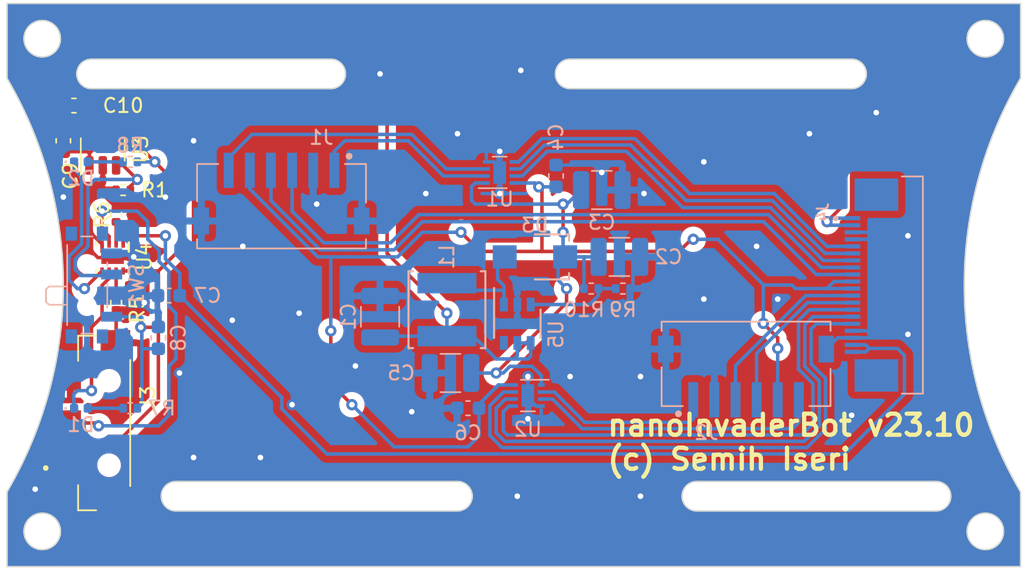
<source format=kicad_pcb>
(kicad_pcb (version 20221018) (generator pcbnew)
  (layers (0 "F.Cu" signal) (31 "B.Cu" signal) (34 "B.Paste" user) (35 "F.Paste" user) (36 "B.SilkS" user "B.Silkscreen") (37 "F.SilkS" user "F.Silkscreen") (38 "B.Mask" user) (39 "F.Mask" user) (44 "Edge.Cuts" user))
  (net 0 "")
  (net 1 "/VSYS")
  (net 2 "/MOTOR1_A")
  (net 3 "/MOTOR1_B")
  (net 4 "/GND")
  (net 5 "/MOTOR1_B_MCU")
  (net 6 "/MOTOR1_A_MCU")
  (net 7 "/MOTOR1_EN_MCU")
  (net 8 "/3V3")
  (net 9 "/MOTOR2_A")
  (net 10 "/MOTOR2_B")
  (net 11 "/MOTOR2_B_MCU")
  (net 12 "/MOTOR2_A_MCU")
  (net 13 "/MOTOR2_EN_MCU")
  (net 15 "Net-(D1-K)")
  (net 16 "Net-(D1-A)")
  (net 17 "Net-(D2-K)")
  (net 18 "Net-(D2-A)")
  (net 19 "/MOTOR1_ENC1")
  (net 20 "/MOTOR1_ENC2")
  (net 21 "/MOTOR2_ENC1")
  (net 22 "/MOTOR2_ENC2")
  (net 23 "Net-(U4-VSET)")
  (net 24 "Net-(U4-ISET)")
  (net 25 "/VBATT")
  (net 26 "/VUSB")
  (net 27 "/TBATT")
  (net 28 "/SYS_EN")
  (net 29 "/12V")
  (net 30 "Net-(D3-A)")
  (net 31 "Net-(U5-FB)")
  (footprint "Resistor_SMD:R_0402_1005Metric" (layer "F.Cu") (at 121.75 95 90)
    (fp_text reference "R6")
    (fp_text value "R")
  )
  (footprint "Resistor_SMD:R_0402_1005Metric" (layer "F.Cu") (at 122.25 93.25 180)
    (fp_text reference "R1")
    (fp_text value "R")
  )
  (footprint "footprints:BQ25170DSGR_NV" (layer "F.Cu") (at 121.500002 98.049999 -90)
    (fp_text reference "U4")
    (fp_text value "BQ25170DSGR" hide)
  )
  (footprint "Resistor_SMD:R_0402_1005Metric" (layer "F.Cu") (at 121.75 101.25 -90)
    (fp_text reference "R5")
    (fp_text value "R")
  )
  (footprint "Capacitor_SMD:C_0603_1608Metric" (layer "F.Cu") (at 118.75 87.25 180)
    (fp_text reference "C10")
    (fp_text value "C")
  )
  (footprint "Package_TO_SOT_SMD:SOT-23-5" (layer "F.Cu") (at 120.8 90.3625 90)
    (fp_text reference "U3")
    (fp_text value "~")
  )
  (footprint "Capacitor_SMD:C_0603_1608Metric" (layer "F.Cu") (at 118 89.75 90)
    (fp_text reference "C9")
    (fp_text value "C")
  )
  (footprint "footprints:TE_1746142-1" (layer "F.Cu") (at 121.25 109.8 -90)
    (fp_text reference "J3")
    (fp_text value "1746142-1" hide)
  )
  (footprint "Resistor_SMD:R_0402_1005Metric" (layer "B.Cu") (at 155.5 100.25)
    (fp_text reference "R10")
    (fp_text value "R")
  )
  (footprint "footprints:IND_SWPA5040S_SNL" (layer "B.Cu") (at 145.25 101.75 -90)
    (fp_text reference "L1")
    (fp_text value "L")
  )
  (footprint "footprints:JST_S6B-ZR-SM4A-TF(LF)(SN)" (layer "B.Cu") (at 166.5 108.15)
    (fp_text reference "J2")
    (fp_text value "S6B-ZR-SM4A-TF(LF)(SN)" hide)
  )
  (footprint "LED_SMD:LED_0402_1005Metric" (layer "B.Cu") (at 119.25 108.75)
    (fp_text reference "D1")
    (fp_text value "LED")
  )
  (footprint "footprints:JST_S6B-ZR-SM4A-TF(LF)(SN)" (layer "B.Cu") (at 133.5 91.85 180)
    (fp_text reference "J1")
    (fp_text value "S6B-ZR-SM4A-TF(LF)(SN)" hide)
  )
  (footprint "Capacitor_SMD:C_1210_3225Metric" (layer "B.Cu") (at 157.5 98)
    (fp_text reference "C2")
    (fp_text value "C")
  )
  (footprint "Resistor_SMD:R_0402_1005Metric" (layer "B.Cu") (at 157.75 100.25)
    (fp_text reference "R9")
    (fp_text value "R")
  )
  (footprint "Capacitor_SMD:C_0603_1608Metric" (layer "B.Cu") (at 146.75 108.75 180)
    (fp_text reference "C6")
    (fp_text value "C")
  )
  (footprint "Capacitor_SMD:C_0603_1608Metric" (layer "B.Cu") (at 153 92.25 90)
    (fp_text reference "C4")
    (fp_text value "C")
  )
  (footprint "Capacitor_SMD:C_0603_1608Metric" (layer "B.Cu") (at 124.75 103.75 90)
    (fp_text reference "C8")
    (fp_text value "C")
  )
  (footprint "footprints:TE_2-1734839-0" (layer "B.Cu") (at 174.0625 100 -90)
    (fp_text reference "J4")
    (fp_text value "Conn_01x20" hide)
  )
  (footprint "footprints:SOT23-6_DBV_TEX" (layer "B.Cu") (at 150.25 102.75 -90)
    (fp_text reference "U5")
    (fp_text value "TLV61048DBVT" hide)
  )
  (footprint "Resistor_SMD:R_0402_1005Metric" (layer "B.Cu") (at 122.75 108.75 180)
    (fp_text reference "R7")
    (fp_text value "R")
  )
  (footprint "Package_SON:WSON-8-1EP_2x2mm_P0.5mm_EP0.9x1.6mm" (layer "B.Cu") (at 151 107.85 180)
    (fp_text reference "U2")
    (fp_text value "~")
  )
  (footprint "Button_Switch_SMD:SW_SPDT_PCM12" (layer "B.Cu") (at 120 100 90)
    (fp_text reference "SW1")
    (fp_text value "SW_SPDT")
  )
  (footprint "footprints:SDO_B120AF_DIO" (layer "B.Cu") (at 151.5 98 180)
    (fp_text reference "D3")
    (fp_text value "D")
  )
  (footprint "Capacitor_SMD:C_0603_1608Metric" (layer "B.Cu") (at 125.5 100.75 180)
    (fp_text reference "C7")
    (fp_text value "C")
  )
  (footprint "Capacitor_SMD:C_1210_3225Metric" (layer "B.Cu") (at 156.25 93.25)
    (fp_text reference "C3")
    (fp_text value "C")
  )
  (footprint "Package_SON:WSON-8-1EP_2x2mm_P0.5mm_EP0.9x1.6mm" (layer "B.Cu") (at 149 92)
    (fp_text reference "U1")
    (fp_text value "~")
  )
  (footprint "Capacitor_SMD:C_1210_3225Metric" (layer "B.Cu") (at 145.5 106.25 180)
    (fp_text reference "C5")
    (fp_text value "C")
  )
  (footprint "Resistor_SMD:R_0402_1005Metric" (layer "B.Cu") (at 122.75 91.25 180)
    (fp_text reference "R8")
    (fp_text value "R")
  )
  (footprint "Capacitor_SMD:C_1210_3225Metric" (layer "B.Cu") (at 140.5 102.25 90)
    (fp_text reference "C1")
    (fp_text value "C")
  )
  (footprint "LED_SMD:LED_0402_1005Metric" (layer "B.Cu") (at 119.25 91.25)
    (fp_text reference "D2")
    (fp_text value "LED")
  )
  (gr_line (start 118 80) (end 182 80) (stroke (width 0.1)) (layer "Edge.Cuts"))
  (gr_line (start 114 114.6969) (end 114 120) (stroke (width 0.1)) (layer "Edge.Cuts"))
  (gr_line (start 182 80) (end 186 80) (stroke (width 0.1)) (layer "Edge.Cuts"))
  (gr_arc (start 163 116.05) (mid 161.95 115) (end 163 113.95) (stroke (width 0.1)) (layer "Edge.Cuts"))
  (gr_line (start 146 113.95) (end 126 113.95) (stroke (width 0.1)) (layer "Edge.Cuts"))
  (gr_arc (start 114.000004 85.303068) (mid 118 100) (end 114.000004 114.696932) (stroke (width 0.1)) (layer "Edge.Cuts"))
  (gr_line (start 114 85.3031) (end 114 80) (stroke (width 0.1)) (layer "Edge.Cuts"))
  (gr_line (start 118 80) (end 114 80) (stroke (width 0.1)) (layer "Edge.Cuts"))
  (gr_line (start 182 120) (end 118 120) (stroke (width 0.1)) (layer "Edge.Cuts"))
  (gr_arc (start 146 113.95) (mid 147.05 115) (end 146 116.05) (stroke (width 0.1)) (layer "Edge.Cuts"))
  (gr_arc (start 185.999919 114.696801) (mid 182 100) (end 185.999919 85.303199) (stroke (width 0.1)) (layer "Edge.Cuts"))
  (gr_line (start 180 113.95) (end 163 113.95) (stroke (width 0.1)) (layer "Edge.Cuts"))
  (gr_arc (start 180 113.95) (mid 181.05 115) (end 180 116.05) (stroke (width 0.1)) (layer "Edge.Cuts"))
  (gr_line (start 174 83.95) (end 154 83.95) (stroke (width 0.1)) (layer "Edge.Cuts"))
  (gr_arc (start 126 116.05) (mid 124.95 115) (end 126 113.95) (stroke (width 0.1)) (layer "Edge.Cuts"))
  (gr_circle (center 183.5 117.5) (end 184.8 117.5) (stroke (width 0.1)) (fill none) (layer "Edge.Cuts"))
  (gr_line (start 163 116.05) (end 180 116.05) (stroke (width 0.1)) (layer "Edge.Cuts"))
  (gr_circle (center 116.5 82.5) (end 117.8 82.5) (stroke (width 0.1)) (fill none) (layer "Edge.Cuts"))
  (gr_arc (start 137 83.95) (mid 138.05 85) (end 137 86.05) (stroke (width 0.1)) (layer "Edge.Cuts"))
  (gr_line (start 186 80) (end 186 85.3031) (stroke (width 0.1)) (layer "Edge.Cuts"))
  (gr_arc (start 120 86.05) (mid 118.95 85) (end 120 83.95) (stroke (width 0.1)) (layer "Edge.Cuts"))
  (gr_line (start 137 83.95) (end 120 83.95) (stroke (width 0.1)) (layer "Edge.Cuts"))
  (gr_line (start 186 120) (end 186 114.6969) (stroke (width 0.1)) (layer "Edge.Cuts"))
  (gr_line (start 154 86.05) (end 174 86.05) (stroke (width 0.1)) (layer "Edge.Cuts"))
  (gr_line (start 120 86.05) (end 137 86.05) (stroke (width 0.1)) (layer "Edge.Cuts"))
  (gr_circle (center 183.5 82.5) (end 184.8 82.5) (stroke (width 0.1)) (fill none) (layer "Edge.Cuts"))
  (gr_arc (start 174 83.95) (mid 175.05 85) (end 174 86.05) (stroke (width 0.1)) (layer "Edge.Cuts"))
  (gr_line (start 118 120) (end 114 120) (stroke (width 0.1)) (layer "Edge.Cuts"))
  (gr_line (start 126 116.05) (end 146 116.05) (stroke (width 0.1)) (layer "Edge.Cuts"))
  (gr_line (start 182 120) (end 186 120) (stroke (width 0.1)) (layer "Edge.Cuts"))
  (gr_arc (start 154 86.05) (mid 152.95 85) (end 154 83.95) (stroke (width 0.1)) (layer "Edge.Cuts"))
  (gr_circle (center 116.5 117.5) (end 117.8 117.5) (stroke (width 0.1)) (fill none) (layer "Edge.Cuts"))
  (gr_text "nanoInvaderBot v23.10\n(c) Semih Iseri" (at 156.5 113.25) (layer "F.SilkS") (effects (font (size 1.5 1.5) (thickness 0.3) bold) (justify left bottom)))
  (segment (start 119.85 88.15) (end 120.5 87.5) (width 0.25) (layer "F.Cu") (net 1))
  (segment (start 172.25 87.5) (end 173.25 88.5) (width 0.25) (layer "F.Cu") (net 1))
  (segment (start 141 87.5) (end 172.25 87.5) (width 0.25) (layer "F.Cu") (net 1))
  (segment (start 119.525 87.825) (end 119.85 88.15) (width 0.25) (layer "F.Cu") (net 1))
  (segment (start 141 97.75) (end 141 96.25) (width 0.25) (layer "F.Cu") (net 1))
  (segment (start 119.85 89.225) (end 119.85 88.15) (width 0.25) (layer "F.Cu") (net 1))
  (segment (start 173.25 88.5) (end 173.25 94.5) (width 0.25) (layer "F.Cu") (net 1))
  (segment (start 120.5 87.5) (end 141 87.5) (width 0.25) (layer "F.Cu") (net 1))
  (segment (start 145.25 102) (end 141 97.75) (width 0.25) (layer "F.Cu") (net 1))
  (segment (start 119.525 87.25) (end 119.525 87.825) (width 0.25) (layer "F.Cu") (net 1))
  (segment (start 173.25 94.5) (end 172.25 95.5) (width 0.25) (layer "F.Cu") (net 1))
  (segment (start 141 96.25) (end 141 87.5) (width 0.25) (layer "F.Cu") (net 1))
  (via (at 172.25 95.5) (size 0.8) (drill 0.4) (layers "F.Cu" "B.Cu") (net 1))
  (via (at 145.25 102) (size 0.8) (drill 0.4) (layers "F.Cu" "B.Cu") (net 1))
  (segment (start 151.200001 104.11525) (end 151.200001 105.049999) (width 0.25) (layer "B.Cu") (net 1))
  (segment (start 174.0625 95.25) (end 172.5 95.25) (width 0.25) (layer "B.Cu") (net 1))
  (segment (start 148.75 105.25) (end 149.25 105.25) (width 0.25) (layer "B.Cu") (net 1))
  (segment (start 150.25 105) (end 150 105.25) (width 0.25) (layer "B.Cu") (net 1))
  (segment (start 172.5 95.75) (end 172.25 95.5) (width 0.25) (layer "B.Cu") (net 1))
  (segment (start 145.25 103.6296) (end 145.25 102) (width 0.25) (layer "B.Cu") (net 1))
  (segment (start 150.25 104.11525) (end 150.25 105) (width 0.25) (layer "B.Cu") (net 1))
  (segment (start 150 105.25) (end 150.25 105.25) (width 0.25) (layer "B.Cu") (net 1))
  (segment (start 150 105.25) (end 149.25 105.25) (width 0.25) (layer "B.Cu") (net 1))
  (segment (start 174.0625 95.75) (end 172.5 95.75) (width 0.25) (layer "B.Cu") (net 1))
  (segment (start 172.5 95.25) (end 172.25 95.5) (width 0.25) (layer "B.Cu") (net 1))
  (segment (start 145.25 103.6296) (end 147.1296 103.6296) (width 0.25) (layer "B.Cu") (net 1))
  (segment (start 151 105.25) (end 150.25 105.25) (width 0.25) (layer "B.Cu") (net 1))
  (segment (start 151.200001 105.049999) (end 151 105.25) (width 0.25) (layer "B.Cu") (net 1))
  (segment (start 145.25 103.6296) (end 140.5954 103.6296) (width 0.25) (layer "B.Cu") (net 1))
  (segment (start 150.75 104.11525) (end 151.200001 104.11525) (width 0.25) (layer "B.Cu") (net 1))
  (segment (start 150.25 104.11525) (end 150.75 104.11525) (width 0.25) (layer "B.Cu") (net 1))
  (segment (start 147.1296 103.6296) (end 148.75 105.25) (width 0.25) (layer "B.Cu") (net 1))
  (segment (start 140.5954 103.6296) (end 140.5 103.725) (width 0.25) (layer "B.Cu") (net 1))
  (segment (start 142.5 89.75) (end 138 89.75) (width 0.25) (layer "B.Cu") (net 2))
  (segment (start 148.05 92.25) (end 145 92.25) (width 0.25) (layer "B.Cu") (net 2))
  (segment (start 137.25 90.5) (end 137.25 91.85) (width 0.25) (layer "B.Cu") (net 2))
  (segment (start 145 92.25) (end 142.5 89.75) (width 0.25) (layer "B.Cu") (net 2))
  (segment (start 138 89.75) (end 137.25 90.5) (width 0.25) (layer "B.Cu") (net 2))
  (segment (start 131.4 89.3) (end 142.75 89.3) (width 0.25) (layer "B.Cu") (net 3))
  (segment (start 129.75 91.85) (end 129.75 90.95) (width 0.25) (layer "B.Cu") (net 3))
  (segment (start 129.75 90.95) (end 131.4 89.3) (width 0.25) (layer "B.Cu") (net 3))
  (segment (start 148.05 91.75) (end 145.2 91.75) (width 0.25) (layer "B.Cu") (net 3))
  (segment (start 145.2 91.75) (end 142.75 89.3) (width 0.25) (layer "B.Cu") (net 3))
  (segment (start 121.74 93.25) (end 120.825 93.25) (width 0.25) (layer "F.Cu") (net 4))
  (segment (start 120.8 93.55) (end 121.425 94.175) (width 0.25) (layer "F.Cu") (net 4))
  (segment (start 120.8 91.5) (end 120.8 93.225) (width 0.25) (layer "F.Cu") (net 4))
  (segment (start 121.75 102.075) (end 122.925 102.075) (width 0.25) (layer "F.Cu") (net 4))
  (segment (start 120.75 93.275) (end 119.5 94.525) (width 0.25) (layer "F.Cu") (net 4))
  (segment (start 117.975 88.95) (end 118 88.975) (width 0.25) (layer "F.Cu") (net 4))
  (segment (start 121.75 101.76) (end 121.75 104.05) (width 0.25) (layer "F.Cu") (net 4))
  (segment (start 121.175003 98.049999) (end 121.500002 98.049999) (width 0.25) (layer "F.Cu") (net 4))
  (segment (start 122.950001 98.049999) (end 123 98) (width 0.25) (layer "F.Cu") (net 4))
  (segment (start 122.925 102.075) (end 123.75 101.25) (width 0.25) (layer "F.Cu") (net 4))
  (segment (start 120.750001 97.099998) (end 120.750001 97.624997) (width 0.25) (layer "F.Cu") (net 4))
  (segment (start 121.500002 98.049999) (end 120.450003 98.049999) (width 0.25) (layer "F.Cu") (net 4))
  (segment (start 120.450003 98.049999) (end 119.900004 97.5) (width 0.25) (layer "F.Cu") (net 4))
  (segment (start 120.750001 97.624997) (end 121.175003 98.049999) (width 0.25) (layer "F.Cu") (net 4))
  (segment (start 120.8 93.225) (end 120.775 93.25) (width 0.25) (layer "F.Cu") (net 4))
  (segment (start 121.74 93.25) (end 121.74 94.48) (width 0.25) (layer "F.Cu") (net 4))
  (segment (start 121.425 94.175) (end 123.25 94.175) (width 0.25) (layer "F.Cu") (net 4))
  (segment (start 120.8 93.225) (end 120.8 93.55) (width 0.25) (layer "F.Cu") (net 4))
  (segment (start 121.500002 98.049999) (end 122.950001 98.049999) (width 0.25) (layer "F.Cu") (net 4))
  (segment (start 120.775 93.25) (end 120.75 93.25) (width 0.25) (layer "F.Cu") (net 4))
  (segment (start 121.75 104.05) (end 121.7 104.1) (width 0.25) (layer "F.Cu") (net 4))
  (segment (start 119.5 95.849997) (end 120.750001 97.099998) (width 0.25) (layer "F.Cu") (net 4))
  (segment (start 120.75 93.25) (end 120.75 93.275) (width 0.25) (layer "F.Cu") (net 4))
  (segment (start 119.5 94.525) (end 119.5 95.849997) (width 0.25) (layer "F.Cu") (net 4))
  (segment (start 121.74 94.48) (end 121.75 94.49) (width 0.25) (layer "F.Cu") (net 4))
  (segment (start 120.825 93.25) (end 120.8 93.225) (width 0.25) (layer "F.Cu") (net 4))
  (segment (start 117.975 87.25) (end 117.975 88.95) (width 0.25) (layer "F.Cu") (net 4))
  (via (at 126.25 106.25) (size 0.8) (drill 0.4) (layers "F.Cu" "B.Cu") (net 4))
  (via (at 167.25 97.25) (size 0.8) (drill 0.4) (layers "F.Cu" "B.Cu") (net 4))
  (via (at 151 106.5) (size 0.8) (drill 0.4) (layers "F.Cu" "B.Cu") (net 4))
  (via (at 159 106.5) (size 0.8) (drill 0.4) (layers "F.Cu" "B.Cu") (net 4))
  (via (at 150.25 115) (size 0.8) (drill 0.4) (layers "F.Cu" "B.Cu") (net 4))
  (via (at 163.5 91.25) (size 0.8) (drill 0.4) (layers "F.Cu" "B.Cu") (net 4))
  (via (at 175.75 87.75) (size 0.8) (drill 0.4) (layers "F.Cu" "B.Cu") (net 4))
  (via (at 159 115) (size 0.8) (drill 0.4) (layers "F.Cu" "B.Cu") (net 4))
  (via (at 136 94.25) (size 0.8) (drill 0.4) (layers "F.Cu" "B.Cu") (net 4))
  (via (at 127.25 112.25) (size 0.8) (drill 0.4) (layers "F.Cu" "B.Cu") (net 4))
  (via (at 138.75 105.75) (size 0.8) (drill 0.4) (layers "F.Cu" "B.Cu") (net 4))
  (via (at 127.25 89.75) (size 0.8) (drill 0.4) (layers "F.Cu" "B.Cu") (net 4))
  (via (at 146 89.25) (size 0.8) (drill 0.4) (layers "F.Cu" "B.Cu") (net 4))
  (via (at 142.75 109) (size 0.8) (drill 0.4) (layers "F.Cu" "B.Cu") (net 4))
  (via (at 178 103.5) (size 0.8) (drill 0.4) (layers "F.Cu" "B.Cu") (net 4))
  (via (at 159.25 93.5) (size 0.8) (drill 0.4) (layers "F.Cu" "B.Cu") (net 4))
  (via (at 178 96.5) (size 0.8) (drill 0.4) (layers "F.Cu" "B.Cu") (net 4))
  (via (at 149 93.5) (size 0.8) (drill 0.4) (layers "F.Cu" "B.Cu") (net 4))
  (via (at 116 114.5) (size 0.8) (drill 0.4) (layers "F.Cu" "B.Cu") (net 4))
  (via (at 130.75 97.25) (size 0.8) (drill 0.4) (layers "F.Cu" "B.Cu") (net 4))
  (via (at 132 112.25) (size 0.8) (drill 0.4) (layers "F.Cu" "B.Cu") (net 4))
  (via (at 174 109.25) (size 0.8) (drill 0.4) (layers "F.Cu" "B.Cu") (net 4))
  (via (at 163.5 101) (size 0.8) (drill 0.4) (layers "F.Cu" "B.Cu") (net 4))
  (via (at 154 106.5) (size 0.8) (drill 0.4) (layers "F.Cu" "B.Cu") (net 4))
  (via (at 134.25 108.5) (size 0.8) (drill 0.4) (layers "F.Cu" "B.Cu") (net 4))
  (via (at 171 89.25) (size 0.8) (drill 0.4) (layers "F.Cu" "B.Cu") (net 4))
  (via (at 134.75 102) (size 0.8) (drill 0.4) (layers "F.Cu" "B.Cu") (net 4))
  (via (at 149 90.5) (size 0.8) (drill 0.4) (layers "F.Cu" "B.Cu") (net 4))
  (via (at 140.5 85) (size 0.8) (drill 0.4) (layers "F.Cu" "B.Cu") (net 4))
  (via (at 130 102.5) (size 0.8) (drill 0.4) (layers "F.Cu" "B.Cu") (net 4))
  (via (at 143.75 93.5) (size 0.8) (drill 0.4) (layers "F.Cu" "B.Cu") (net 4))
  (via (at 151 109.5) (size 0.8) (drill 0.4) (layers "F.Cu" "B.Cu") (net 4))
  (via (at 123.75 101.25) (size 0.8) (drill 0.4) (layers "F.Cu" "B.Cu") (net 4))
  (via (at 118 93.75) (size 0.8) (drill 0.4) (layers "F.Cu" "B.Cu") (net 4))
  (via (at 150.5 84.75) (size 0.8) (drill 0.4) (layers "F.Cu" "B.Cu") (net 4))
  (via (at 123 98) (size 0.8) (drill 0.4) (layers "F.Cu" "B.Cu") (net 4))
  (via (at 168.75 101) (size 0.8) (drill 0.4) (layers "F.Cu" "B.Cu") (net 4))
  (via (at 125.25 93.75) (size 0.8) (drill 0.4) (layers "F.Cu" "B.Cu") (net 4))
  (via (at 156.25 92) (size 0.8) (drill 0.4) (layers "F.Cu" "B.Cu") (net 4))
  (segment (start 153 91.475) (end 156.25 91.475) (width 0.25) (layer "B.Cu") (net 4))
  (segment (start 135.75 94) (end 136 94.25) (width 0.25) (layer "B.Cu") (net 4))
  (segment (start 144.025 106.25) (end 144.025 108.275) (width 0.25) (layer "B.Cu") (net 4))
  (segment (start 150.75 102.75) (end 157.75 102.75) (width 0.25) (layer "B.Cu") (net 4))
  (segment (start 176.25 96.25) (end 176.25 96.75) (width 0.25) (layer "B.Cu") (net 4))
  (segment (start 150.25 102.25) (end 150.75 102.75) (width 0.25) (layer "B.Cu") (net 4))
  (segment (start 158.25 102.25) (end 158.25 100.26) (width 0.25) (layer "B.Cu") (net 4))
  (segment (start 173 103.75) (end 172.2 104.55) (width 0.25) (layer "B.Cu") (net 4))
  (segment (start 144.025 108.275) (end 144.5 108.75) (width 0.25) (layer "B.Cu") (net 4))
  (segment (start 144.5 108.75) (end 145.975 108.75) (width 0.25) (layer "B.Cu") (net 4))
  (segment (start 159 93.25) (end 159.25 93.5) (width 0.25) (layer "B.Cu") (net 4))
  (segment (start 156.25 91.475) (end 157.475 91.475) (width 0.25) (layer "B.Cu") (net 4))
  (segment (start 149 91.675) (end 149 92) (width 0.25) (layer "B.Cu") (net 4))
  (segment (start 157.75 102.75) (end 158.25 102.25) (width 0.25) (layer "B.Cu") (net 4))
  (segment (start 151.95 108.6) (end 151.6 108.6) (width 0.25) (layer "B.Cu") (net 4))
  (segment (start 149 92) (end 149 90.5) (width 0.25) (layer "B.Cu") (net 4))
  (segment (start 121.43 97.75) (end 122.75 97.75) (width 0.25) (layer "B.Cu") (net 4))
  (segment (start 174.0625 103.25) (end 176.25 103.25) (width 0.25) (layer "B.Cu") (net 4))
  (segment (start 151 108) (end 151 106.5) (width 0.25) (layer "B.Cu") (net 4))
  (segment (start 151 108) (end 151 109.5) (width 0.25) (layer "B.Cu") (net 4))
  (segment (start 157.475 91.475) (end 157.75 91.75) (width 0.25) (layer "B.Cu") (net 4))
  (segment (start 150.25 101.38475) (end 150.25 102.25) (width 0.25) (layer "B.Cu") (net 4))
  (segment (start 148.05 91.25) (end 148.575 91.25) (width 0.25) (layer "B.Cu") (net 4))
  (segment (start 148.575 91.25) (end 149 91.675) (width 0.25) (layer "B.Cu") (net 4))
  (segment (start 158.25 100.26) (end 158.26 100.25) (width 0.25) (layer "B.Cu") (net 4))
  (segment (start 123.75 98.75) (end 123.75 101.25) (width 0.25) (layer "B.Cu") (net 4))
  (segment (start 158.4625 100.0475) (end 158.26 100.25) (width 0.25) (layer "B.Cu") (net 4))
  (segment (start 176.25 96.75) (end 174.0625 96.75) (width 0.25) (layer "B.Cu") (net 4))
  (segment (start 157.75 91.75) (end 157.725 91.775) (width 0.25) (layer "B.Cu") (net 4))
  (segment (start 156.25 91.475) (end 156.25 92) (width 0.25) (layer "B.Cu") (net 4))
  (segment (start 157.725 91.775) (end 157.725 93.25) (width 0.25) (layer "B.Cu") (net 4))
  (segment (start 123 98) (end 123.75 98.75) (width 0.25) (layer "B.Cu") (net 4))
  (segment (start 149 92) (end 149 93.5) (width 0.25) (layer "B.Cu") (net 4))
  (segment (start 158.4625 98) (end 158.4625 100.0475) (width 0.25) (layer "B.Cu") (net 4))
  (segment (start 176.25 103.25) (end 176.25 96.75) (width 0.25) (layer "B.Cu") (net 4))
  (segment (start 157.725 93.25) (end 159 93.25) (width 0.25) (layer "B.Cu") (net 4))
  (segment (start 174.0625 103.75) (end 173 103.75) (width 0.25) (layer "B.Cu") (net 4))
  (segment (start 176.25 103.75) (end 174.0625 103.75) (width 0.25) (layer "B.Cu") (net 4))
  (segment (start 176.25 103.25) (end 176.25 103.75) (width 0.25) (layer "B.Cu") (net 4))
  (segment (start 174.0625 96.25) (end 176.25 96.25) (width 0.25) (layer "B.Cu") (net 4))
  (segment (start 122.75 97.75) (end 123 98) (width 0.25) (layer "B.Cu") (net 4))
  (segment (start 135.75 91.85) (end 135.75 94) (width 0.25) (layer "B.Cu") (net 4))
  (segment (start 151.6 108.6) (end 151 108) (width 0.25) (layer "B.Cu") (net 4))
  (segment (start 168.5 93.5) (end 172.25 97.25) (width 0.25) (layer "B.Cu") (net 5))
  (segment (start 158.6 89.6) (end 162.5 93.5) (width 0.25) (layer "B.Cu") (net 5))
  (segment (start 150.338604 91.25) (end 151.988604 89.6) (width 0.25) (layer "B.Cu") (net 5))
  (segment (start 162.5 93.5) (end 168.5 93.5) (width 0.25) (layer "B.Cu") (net 5))
  (segment (start 149.95 91.25) (end 150.338604 91.25) (width 0.25) (layer "B.Cu") (net 5))
  (segment (start 172.25 97.25) (end 174.0625 97.25) (width 0.25) (layer "B.Cu") (net 5))
  (segment (start 151.988604 89.6) (end 158.6 89.6) (width 0.25) (layer "B.Cu") (net 5))
  (segment (start 158.3 90.05) (end 162.25 94) (width 0.25) (layer "B.Cu") (net 6))
  (segment (start 162.25 94) (end 168.363604 94) (width 0.25) (layer "B.Cu") (net 6))
  (segment (start 150.475 91.75) (end 152.175 90.05) (width 0.25) (layer "B.Cu") (net 6))
  (segment (start 152.175 90.05) (end 158.3 90.05) (width 0.25) (layer "B.Cu") (net 6))
  (segment (start 149.95 91.75) (end 150.475 91.75) (width 0.25) (layer "B.Cu") (net 6))
  (segment (start 172.113604 97.75) (end 174.0625 97.75) (width 0.25) (layer "B.Cu") (net 6))
  (segment (start 168.363604 94) (end 172.113604 97.75) (width 0.25) (layer "B.Cu") (net 6))
  (segment (start 158 90.5) (end 162 94.5) (width 0.25) (layer "B.Cu") (net 7))
  (segment (start 149.95 92.25) (end 150.611396 92.25) (width 0.25) (layer "B.Cu") (net 7))
  (segment (start 162 94.5) (end 168.227208 94.5) (width 0.25) (layer "B.Cu") (net 7))
  (segment (start 168.227208 94.5) (end 171.977208 98.25) (width 0.25) (layer "B.Cu") (net 7))
  (segment (start 152.361396 90.5) (end 158 90.5) (width 0.25) (layer "B.Cu") (net 7))
  (segment (start 171.977208 98.25) (end 174.0625 98.25) (width 0.25) (layer "B.Cu") (net 7))
  (segment (start 150.611396 92.25) (end 152.361396 90.5) (width 0.25) (layer "B.Cu") (net 7))
  (segment (start 152 93.25) (end 151.775 93.025) (width 0.25) (layer "F.Cu") (net 8))
  (segment (start 147.612347 97.612347) (end 152 97.612347) (width 0.25) (layer "F.Cu") (net 8))
  (segment (start 162.612347 96.75) (end 161.75 97.612347) (width 0.25) (layer "F.Cu") (net 8))
  (segment (start 152 97.612347) (end 152 93.25) (width 0.25) (layer "F.Cu") (net 8))
  (segment (start 137 107) (end 137 103.25) (width 0.25) (layer "F.Cu") (net 8))
  (segment (start 146.25 96.25) (end 147.612347 97.612347) (width 0.25) (layer "F.Cu") (net 8))
  (segment (start 161.75 97.612347) (end 152 97.612347) (width 0.25) (layer "F.Cu") (net 8))
  (segment (start 138.5 108.5) (end 137 107) (width 0.25) (layer "F.Cu") (net 8))
  (segment (start 162.75 96.75) (end 162.612347 96.75) (width 0.25) (layer "F.Cu") (net 8))
  (segment (start 168.75 104.5) (end 168.75 103.75) (width 0.25) (layer "F.Cu") (net 8))
  (segment (start 168.75 103.75) (end 167.726305 102.726305) (width 0.25) (layer "F.Cu") (net 8))
  (via (at 146.25 96.25) (size 0.8) (drill 0.4) (layers "F.Cu" "B.Cu") (net 8))
  (via (at 151.775 93.025) (size 0.8) (drill 0.4) (layers "F.Cu" "B.Cu") (net 8))
  (via (at 137 103.25) (size 0.8) (drill 0.4) (layers "F.Cu" "B.Cu") (net 8))
  (via (at 162.75 96.75) (size 0.8) (drill 0.4) (layers "F.Cu" "B.Cu") (net 8))
  (via (at 168.75 104.5) (size 0.8) (drill 0.4) (layers "F.Cu" "B.Cu") (net 8))
  (via (at 167.726305 102.726305) (size 0.8) (drill 0.4) (layers "F.Cu" "B.Cu") (net 8))
  (via (at 138.5 108.5) (size 0.8) (drill 0.4) (layers "F.Cu" "B.Cu") (net 8))
  (segment (start 137 103.25) (end 137 99.25) (width 0.25) (layer "B.Cu") (net 8))
  (segment (start 146.75 111.5) (end 147.525 110.725) (width 0.25) (layer "B.Cu") (net 8))
  (segment (start 153 93.025) (end 151.775 93.025) (width 0.25) (layer "B.Cu") (net 8))
  (segment (start 149.95 92.75) (end 151.5 92.75) (width 0.25) (layer "B.Cu") (net 8))
  (segment (start 169.75 100) (end 170 100.25) (width 0.25) (layer "B.Cu") (net 8))
  (segment (start 151.775 93.025) (end 151.5 92.75) (width 0.25) (layer "B.Cu") (net 8))
  (segment (start 150.05 107.1) (end 148.9 107.1) (width 0.25) (layer "B.Cu") (net 8))
  (segment (start 131.25 93.175) (end 131.25 91.85) (width 0.25) (layer "B.Cu") (net 8))
  (segment (start 136.075 98) (end 135.7875 97.7125) (width 0.25) (layer "B.Cu") (net 8))
  (segment (start 147.525 110.725) (end 147.525 108.75) (width 0.25) (layer "B.Cu") (net 8))
  (segment (start 143.5 96.25) (end 141.75 98) (width 0.25) (layer "B.Cu") (net 8))
  (segment (start 167.75 100) (end 169.75 100) (width 0.25) (layer "B.Cu") (net 8))
  (segment (start 172.25 100.25) (end 170 100.25) (width 0.25) (layer "B.Cu") (net 8))
  (segment (start 148.25 107.75) (end 147.75 108.25) (width 0.25) (layer "B.Cu") (net 8))
  (segment (start 168.75 108.15) (end 168.75 104.5) (width 0.25) (layer "B.Cu") (net 8))
  (segment (start 163.75 96.75) (end 164.5 96.75) (width 0.25) (layer "B.Cu") (net 8))
  (segment (start 164.5 96.75) (end 167.75 100) (width 0.25) (layer "B.Cu") (net 8))
  (segment (start 137 99.25) (end 137 98) (width 0.25) (layer "B.Cu") (net 8))
  (segment (start 135.7875 97.7125) (end 131.25 93.175) (width 0.25) (layer "B.Cu") (net 8))
  (segment (start 141.5 111.5) (end 146.75 111.5) (width 0.25) (layer "B.Cu") (net 8))
  (segment (start 174.0625 100.25) (end 172.25 100.25) (width 0.25) (layer "B.Cu") (net 8))
  (segment (start 147.525 108.75) (end 147.525 108.475) (width 0.25) (layer "B.Cu") (net 8))
  (segment (start 167.726305 100.023695) (end 167.75 100) (width 0.25) (layer "B.Cu") (net 8))
  (segment (start 148.9 107.1) (end 148.25 107.75) (width 0.25) (layer "B.Cu") (net 8))
  (segment (start 137 98) (end 136.075 98) (width 0.25) (layer "B.Cu") (net 8))
  (segment (start 172.75 99.75) (end 172.25 100.25) (width 0.25) (layer "B.Cu") (net 8))
  (segment (start 138.25 98) (end 137 98) (width 0.25) (layer "B.Cu") (net 8))
  (segment (start 138.5 108.5) (end 141.5 111.5) (width 0.25) (layer "B.Cu") (net 8))
  (segment (start 167.726305 102.726305) (end 167.726305 100.023695) (width 0.25) (layer "B.Cu") (net 8))
  (segment (start 146.25 96.25) (end 143.5 96.25) (width 0.25) (layer "B.Cu") (net 8))
  (segment (start 163.75 96.75) (end 162.75 96.75) (width 0.25) (layer "B.Cu") (net 8))
  (segment (start 141.75 98) (end 138.25 98) (width 0.25) (layer "B.Cu") (net 8))
  (segment (start 147.525 108.475) (end 148.9 107.1) (width 0.25) (layer "B.Cu") (net 8))
  (segment (start 174.0625 99.75) (end 172.75 99.75) (width 0.25) (layer "B.Cu") (net 8))
  (segment (start 162.5 109.75) (end 155.036396 109.75) (width 0.25) (layer "B.Cu") (net 9))
  (segment (start 162.75 109.5) (end 162.5 109.75) (width 0.25) (layer "B.Cu") (net 9))
  (segment (start 152.886396 107.6) (end 151.95 107.6) (width 0.25) (layer "B.Cu") (net 9))
  (segment (start 162.75 108.15) (end 162.75 109.5) (width 0.25) (layer "B.Cu") (net 9))
  (segment (start 155.036396 109.75) (end 152.886396 107.6) (width 0.25) (layer "B.Cu") (net 9))
  (segment (start 170.25 108.15) (end 170.25 109.75) (width 0.25) (layer "B.Cu") (net 10))
  (segment (start 154.85 110.2) (end 152.75 108.1) (width 0.25) (layer "B.Cu") (net 10))
  (segment (start 169.8 110.2) (end 154.85 110.2) (width 0.25) (layer "B.Cu") (net 10))
  (segment (start 152.75 108.1) (end 151.95 108.1) (width 0.25) (layer "B.Cu") (net 10))
  (segment (start 170.25 109.75) (end 169.8 110.2) (width 0.25) (layer "B.Cu") (net 10))
  (segment (start 174.0625 101.75) (end 171 101.75) (width 0.25) (layer "B.Cu") (net 11))
  (segment (start 171 101.75) (end 170.225 102.525) (width 0.25) (layer "B.Cu") (net 11))
  (segment (start 149.65 108.6) (end 150.05 108.6) (width 0.25) (layer "B.Cu") (net 11))
  (segment (start 149.25 110.363604) (end 149.25 109) (width 0.25) (layer "B.Cu") (net 11))
  (segment (start 149.536396 110.65) (end 149.25 110.363604) (width 0.25) (layer "B.Cu") (net 11))
  (segment (start 170.225 102.525) (end 170.225 105.975) (width 0.25) (layer "B.Cu") (net 11))
  (segment (start 170.225 105.975) (end 171.25 107) (width 0.25) (layer "B.Cu") (net 11))
  (segment (start 149.25 109) (end 149.65 108.6) (width 0.25) (layer "B.Cu") (net 11))
  (segment (start 170.45 110.65) (end 149.536396 110.65) (width 0.25) (layer "B.Cu") (net 11))
  (segment (start 171.25 107) (end 171.25 109.85) (width 0.25) (layer "B.Cu") (net 11))
  (segment (start 171.25 109.85) (end 170.45 110.65) (width 0.25) (layer "B.Cu") (net 11))
  (segment (start 171.25 102.25) (end 170.675 102.825) (width 0.25) (layer "B.Cu") (net 12))
  (segment (start 148.75 110.5) (end 148.75 108.75) (width 0.25) (layer "B.Cu") (net 12))
  (segment (start 171.7 110.036396) (end 170.636396 111.1) (width 0.25) (layer "B.Cu") (net 12))
  (segment (start 148.75 108.75) (end 149.4 108.1) (width 0.25) (layer "B.Cu") (net 12))
  (segment (start 170.675 102.825) (end 170.675 105.788604) (width 0.25) (layer "B.Cu") (net 12))
  (segment (start 149.35 111.1) (end 148.75 110.5) (width 0.25) (layer "B.Cu") (net 12))
  (segment (start 170.675 105.788604) (end 171.7 106.813604) (width 0.25) (layer "B.Cu") (net 12))
  (segment (start 174.0625 102.25) (end 171.25 102.25) (width 0.25) (layer "B.Cu") (net 12))
  (segment (start 149.4 108.1) (end 150.05 108.1) (width 0.25) (layer "B.Cu") (net 12))
  (segment (start 170.636396 111.1) (end 149.35 111.1) (width 0.25) (layer "B.Cu") (net 12))
  (segment (start 171.7 106.813604) (end 171.7 110.036396) (width 0.25) (layer "B.Cu") (net 12))
  (segment (start 149.263604 107.6) (end 148.3 108.563604) (width 0.25) (layer "B.Cu") (net 13))
  (segment (start 170.822792 111.55) (end 172.15 110.222792) (width 0.25) (layer "B.Cu") (net 13))
  (segment (start 171.5 102.75) (end 171.125 103.125) (width 0.25) (layer "B.Cu") (net 13))
  (segment (start 150.05 107.6) (end 149.263604 107.6) (width 0.25) (layer "B.Cu") (net 13))
  (segment (start 148.3 108.563604) (end 148.3 110.686396) (width 0.25) (layer "B.Cu") (net 13))
  (segment (start 149.163604 111.55) (end 170.822792 111.55) (width 0.25) (layer "B.Cu") (net 13))
  (segment (start 172.15 110.222792) (end 172.15 106.627208) (width 0.25) (layer "B.Cu") (net 13))
  (segment (start 171.125 105.602208) (end 171.125 103.125) (width 0.25) (layer "B.Cu") (net 13))
  (segment (start 172.15 106.627208) (end 171.125 105.602208) (width 0.25) (layer "B.Cu") (net 13))
  (segment (start 148.3 110.686396) (end 149.163604 111.55) (width 0.25) (layer "B.Cu") (net 13))
  (segment (start 174.0625 102.75) (end 171.5 102.75) (width 0.25) (layer "B.Cu") (net 13))
  (segment (start 120.75 100.025305) (end 120.75 101.25) (width 0.25) (layer "F.Cu") (net 15))
  (segment (start 120.75 101.25) (end 120.75 102.25) (width 0.25) (layer "F.Cu") (net 15))
  (segment (start 120 103) (end 120 107.5) (width 0.25) (layer "F.Cu") (net 15))
  (segment (start 121.25 99) (end 121.25 99.5) (width 0.25) (layer "F.Cu") (net 15))
  (segment (start 121.25 99.5) (end 121.25 99.525305) (width 0.25) (layer "F.Cu") (net 15))
  (segment (start 120.75 102.25) (end 120 103) (width 0.25) (layer "F.Cu") (net 15))
  (segment (start 121.25 99.525305) (end 120.75 100.025305) (width 0.25) (layer "F.Cu") (net 15))
  (via (at 120 107.5) (size 0.8) (drill 0.4) (layers "F.Cu" "B.Cu") (net 15))
  (segment (start 118.74 107.76) (end 119 107.5) (width 0.25) (layer "B.Cu") (net 15))
  (segment (start 120 107.5) (end 119 107.5) (width 0.25) (layer "B.Cu") (net 15))
  (segment (start 118.74 108.75) (end 118.74 107.76) (width 0.25) (layer "B.Cu") (net 15))
  (segment (start 120.0375 108.75) (end 121.925 108.75) (width 0.25) (layer "B.Cu") (net 16))
  (segment (start 120.75 99) (end 120.750001 99) (width 0.25) (layer "F.Cu") (net 17))
  (segment (start 119.5 100.25) (end 120.75 99) (width 0.25) (layer "F.Cu") (net 17))
  (via (at 119.5 100.25) (size 0.8) (drill 0.4) (layers "F.Cu" "B.Cu") (net 17))
  (segment (start 119 100.25) (end 119.5 100.25) (width 0.25) (layer "B.Cu") (net 17))
  (segment (start 118.395 97.968604) (end 118.395 99.645) (width 0.25) (layer "B.Cu") (net 17))
  (segment (start 119.295 97.068604) (end 118.395 97.968604) (width 0.25) (layer "B.Cu") (net 17))
  (segment (start 119.295 92.295) (end 119.295 97.068604) (width 0.25) (layer "B.Cu") (net 17))
  (segment (start 118.74 91.74) (end 119.295 92.295) (width 0.25) (layer "B.Cu") (net 17))
  (segment (start 118.395 99.645) (end 119 100.25) (width 0.25) (layer "B.Cu") (net 17))
  (segment (start 118.74 91.25) (end 118.74 91.74) (width 0.25) (layer "B.Cu") (net 17))
  (segment (start 120.0375 91.25) (end 121.925 91.25) (width 0.25) (layer "B.Cu") (net 18))
  (segment (start 143.25 95) (end 141.25 97) (width 0.25) (layer "B.Cu") (net 19))
  (segment (start 141.25 97) (end 136.5 97) (width 0.25) (layer "B.Cu") (net 19))
  (segment (start 174.0625 98.75) (end 171.840812 98.75) (width 0.25) (layer "B.Cu") (net 19))
  (segment (start 168.090812 95) (end 143.25 95) (width 0.25) (layer "B.Cu") (net 19))
  (segment (start 171.840812 98.75) (end 168.090812 95) (width 0.25) (layer "B.Cu") (net 19))
  (segment (start 134.25 94.75) (end 134.25 91.85) (width 0.25) (layer "B.Cu") (net 19))
  (segment (start 136.5 97) (end 134.25 94.75) (width 0.25) (layer "B.Cu") (net 19))
  (segment (start 136.25 97.5) (end 132.75 94) (width 0.25) (layer "B.Cu") (net 20))
  (segment (start 143.5 95.5) (end 141.5 97.5) (width 0.25) (layer "B.Cu") (net 20))
  (segment (start 141.5 97.5) (end 136.25 97.5) (width 0.25) (layer "B.Cu") (net 20))
  (segment (start 174.0625 99.25) (end 171.5 99.25) (width 0.25) (layer "B.Cu") (net 20))
  (segment (start 167.75 95.5) (end 143.5 95.5) (width 0.25) (layer "B.Cu") (net 20))
  (segment (start 132.75 94) (end 132.75 91.85) (width 0.25) (layer "B.Cu") (net 20))
  (segment (start 171.5 99.25) (end 167.75 95.5) (width 0.25) (layer "B.Cu") (net 20))
  (segment (start 165.75 105.727208) (end 170.727208 100.75) (width 0.25) (layer "B.Cu") (net 21))
  (segment (start 165.75 108.15) (end 165.75 105.727208) (width 0.25) (layer "B.Cu") (net 21))
  (segment (start 170.727208 100.75) (end 174.0625 100.75) (width 0.25) (layer "B.Cu") (net 21))
  (segment (start 167.25 108.15) (end 167.25 104.863604) (width 0.25) (layer "B.Cu") (net 22))
  (segment (start 170.863604 101.25) (end 174.0625 101.25) (width 0.25) (layer "B.Cu") (net 22))
  (segment (start 167.25 104.863604) (end 170.863604 101.25) (width 0.25) (layer "B.Cu") (net 22))
  (segment (start 121.750002 99) (end 121.750002 100.424998) (width 0.25) (layer "F.Cu") (net 23))
  (segment (start 121.750002 100.424998) (end 121.75 100.425) (width 0.25) (layer "F.Cu") (net 23))
  (segment (start 121.75 95.825) (end 121.75 97.099996) (width 0.25) (layer "F.Cu") (net 24))
  (segment (start 121.75 97.099996) (end 121.750002 97.099998) (width 0.25) (layer "F.Cu") (net 24))
  (segment (start 126.5 97.25) (end 124.75 99) (width 0.25) (layer "F.Cu") (net 25))
  (segment (start 126.5 93.25) (end 126.5 97.25) (width 0.25) (layer "F.Cu") (net 25))
  (segment (start 123.5 90.25) (end 120.25 90.25) (width 0.25) (layer "F.Cu") (net 25))
  (segment (start 122.25 99) (end 124.75 99) (width 0.25) (layer "F.Cu") (net 25))
  (segment (start 122.25 110.75) (end 121.25 110.75) (width 0.25) (layer "F.Cu") (net 25))
  (segment (start 120.25 90.25) (end 119.85 90.65) (width 0.25) (layer "F.Cu") (net 25))
  (segment (start 124.75 104.25) (end 124.75 103) (width 0.25) (layer "F.Cu") (net 25))
  (segment (start 124.75 104.25) (end 124.75 108.25) (width 0.25) (layer "F.Cu") (net 25))
  (segment (start 118 90.525) (end 119.725 90.525) (width 0.25) (layer "F.Cu") (net 25))
  (segment (start 124.75 103) (end 124.75 99) (width 0.25) (layer "F.Cu") (net 25))
  (segment (start 119.85 91.5) (end 119.85 90.65) (width 0.25) (layer "F.Cu") (net 25))
  (segment (start 124.5 91.25) (end 123.5 90.25) (width 0.25) (layer "F.Cu") (net 25))
  (segment (start 119 113) (end 118.5 113) (width 0.25) (layer "F.Cu") (net 25))
  (segment (start 123.5 103) (end 124.75 103) (width 0.25) (layer "F.Cu") (net 25))
  (segment (start 121.25 110.75) (end 119 113) (width 0.25) (layer "F.Cu") (net 25))
  (segment (start 124.5 91.25) (end 126.5 93.25) (width 0.25) (layer "F.Cu") (net 25))
  (segment (start 124.75 108.25) (end 122.25 110.75) (width 0.25) (layer "F.Cu") (net 25))
  (segment (start 119.725 90.525) (end 119.85 90.65) (width 0.25) (layer "F.Cu") (net 25))
  (via (at 124.5 91.25) (size 0.8) (drill 0.4) (layers "F.Cu" "B.Cu") (net 25))
  (via (at 123.5 103) (size 0.8) (drill 0.4) (layers "F.Cu" "B.Cu") (net 25))
  (segment (start 123.575 107) (end 123.575 108.435) (width 0.25) (layer "B.Cu") (net 25))
  (segment (start 123.575 107) (end 123.575 104.5) (width 0.25) (layer "B.Cu") (net 25))
  (segment (start 124.75 104.525) (end 123.6 104.525) (width 0.25) (layer "B.Cu") (net 25))
  (segment (start 121.43 102.25) (end 123.5 102.25) (width 0.25) (layer "B.Cu") (net 25))
  (segment (start 123.575 108.435) (end 123.26 108.75) (width 0.25) (layer "B.Cu") (net 25))
  (segment (start 123.5 102.25) (end 123.5 103) (width 0.25) (layer "B.Cu") (net 25))
  (segment (start 124.5 91.25) (end 123.575 91.25) (width 0.25) (layer "B.Cu") (net 25))
  (segment (start 123.575 104.5) (end 123.575 103.75) (width 0.25) (layer "B.Cu") (net 25))
  (segment (start 123.575 103.75) (end 123.575 102.325) (width 0.25) (layer "B.Cu") (net 25))
  (segment (start 123.575 103.75) (end 123.575 103.325) (width 0.25) (layer "B.Cu") (net 25))
  (segment (start 123.575 102.325) (end 123.5 102.25) (width 0.25) (layer "B.Cu") (net 25))
  (segment (start 123.6 104.525) (end 123.575 104.5) (width 0.25) (layer "B.Cu") (net 25))
  (segment (start 125.25 96.5) (end 122.5 96.5) (width 0.25) (layer "F.Cu") (net 26))
  (segment (start 122.25 96.75) (end 122.25 97.099998) (width 0.25) (layer "F.Cu") (net 26))
  (segment (start 122.5 96.5) (end 122.25 96.75) (width 0.25) (layer "F.Cu") (net 26))
  (via (at 125.25 96.5) (size 0.8) (drill 0.4) (layers "F.Cu" "B.Cu") (net 26))
  (segment (start 133.525 108) (end 126.275 100.75) (width 0.25) (layer "B.Cu") (net 26))
  (segment (start 175 104.75) (end 175.25 104.5) (width 0.25) (layer "B.Cu") (net 26))
  (segment (start 173.5 112) (end 136.724695 112) (width 0.25) (layer "B.Cu") (net 26))
  (segment (start 177.75 107.75) (end 173.5 112) (width 0.25) (layer "B.Cu") (net 26))
  (segment (start 126.275 99.161396) (end 125.25 98.136396) (width 0.25) (layer "B.Cu") (net 26))
  (segment (start 136.724695 112) (end 133.525 108.800305) (width 0.25) (layer "B.Cu") (net 26))
  (segment (start 125.25 98.136396) (end 125.25 96.5) (width 0.25) (layer "B.Cu") (net 26))
  (segment (start 175.25 104.5) (end 175 104.25) (width 0.25) (layer "B.Cu") (net 26))
  (segment (start 175.25 104.5) (end 177.25 104.5) (width 0.25) (layer "B.Cu") (net 26))
  (segment (start 133.525 108.800305) (end 133.525 108) (width 0.25) (layer "B.Cu") (net 26))
  (segment (start 177.75 105) (end 177.75 107.75) (width 0.25) (layer "B.Cu") (net 26))
  (segment (start 126.275 100.75) (end 126.275 99.161396) (width 0.25) (layer "B.Cu") (net 26))
  (segment (start 175 104.25) (end 174.0625 104.25) (width 0.25) (layer "B.Cu") (net 26))
  (segment (start 177.25 104.5) (end 177.75 105) (width 0.25) (layer "B.Cu") (net 26))
  (segment (start 174.0625 104.75) (end 175 104.75) (width 0.25) (layer "B.Cu") (net 26))
  (segment (start 120.728769 96.021231) (end 121.25 96.542462) (width 0.25) (layer "F.Cu") (net 27))
  (segment (start 121.25 96.542462) (end 121.25 97.099998) (width 0.25) (layer "F.Cu") (net 27))
  (segment (start 120.728769 94.771231) (end 120.75 94.75) (width 0.25) (layer "F.Cu") (net 27))
  (segment (start 118.5 109.8) (end 120.3 109.8) (width 0.25) (layer "F.Cu") (net 27))
  (segment (start 120.3 109.8) (end 120.5 110) (width 0.25) (layer "F.Cu") (net 27))
  (segment (start 120.728769 95.271231) (end 120.728769 94.771231) (width 0.25) (layer "F.Cu") (net 27))
  (segment (start 120.728769 95.271231) (end 120.728769 96.021231) (width 0.25) (layer "F.Cu") (net 27))
  (via (at 120.5 110) (size 0.8) (drill 0.4) (layers "F.Cu" "B.Cu") (net 27))
  (via (at 120.75 94.75) (size 0.8) (drill 0.4) (layers "F.Cu" "B.Cu") (net 27))
  (segment (start 126 105.25) (end 125.5 105.75) (width 0.25) (layer "B.Cu") (net 27))
  (segment (start 124.8 97.55) (end 124.8 98.322792) (width 0.25) (layer "B.Cu") (net 27))
  (segment (start 123.25 94.75) (end 124 95.5) (width 0.25) (layer "B.Cu") (net 27))
  (segment (start 125.5 99.022792) (end 125.5 101.5) (width 0.25) (layer "B.Cu") (net 27))
  (segment (start 124.8 98.322792) (end 125.5 99.022792) (width 0.25) (layer "B.Cu") (net 27))
  (segment (start 125.5 101.5) (end 126 102) (width 0.25) (layer "B.Cu") (net 27))
  (segment (start 124 96.75) (end 124.8 97.55) (width 0.25) (layer "B.Cu") (net 27))
  (segment (start 125.5 105.75) (end 125.5 109.25) (width 0.25) (layer "B.Cu") (net 27))
  (segment (start 120.75 94.75) (end 123.25 94.75) (width 0.25) (layer "B.Cu") (net 27))
  (segment (start 124 95.5) (end 124 96.75) (width 0.25) (layer "B.Cu") (net 27))
  (segment (start 124.75 110) (end 120.5 110) (width 0.25) (layer "B.Cu") (net 27))
  (segment (start 125.5 109.25) (end 124.75 110) (width 0.25) (layer "B.Cu") (net 27))
  (segment (start 126 102) (end 126 105.25) (width 0.25) (layer "B.Cu") (net 27))
  (segment (start 121.75 91.5) (end 122.25 91.5) (width 0.25) (layer "F.Cu") (net 28))
  (segment (start 122.76 92.99) (end 123.25 92.5) (width 0.25) (layer "F.Cu") (net 28))
  (segment (start 122.76 93.25) (end 122.76 92.99) (width 0.25) (layer "F.Cu") (net 28))
  (segment (start 122.25 91.5) (end 123.25 92.5) (width 0.25) (layer "F.Cu") (net 28))
  (via (at 123.25 92.5) (size 0.8) (drill 0.4) (layers "F.Cu" "B.Cu") (net 28))
  (segment (start 118.845 98.155) (end 119.625 97.375) (width 0.25) (layer "B.Cu") (net 28))
  (segment (start 121.43 99.25) (end 121.355 99.325) (width 0.25) (layer "B.Cu") (net 28))
  (segment (start 119.625 97.375) (end 119.75 97.25) (width 0.25) (layer "B.Cu") (net 28))
  (segment (start 118.845 98.895) (end 118.845 98.155) (width 0.25) (layer "B.Cu") (net 28))
  (segment (start 119.75 97.25) (end 119.75 93) (width 0.25) (layer "B.Cu") (net 28))
  (segment (start 119.275 99.325) (end 118.845 98.895) (width 0.25) (layer "B.Cu") (net 28))
  (segment (start 120.25 92.5) (end 121.5 92.5) (width 0.25) (layer "B.Cu") (net 28))
  (segment (start 119.75 93) (end 120.25 92.5) (width 0.25) (layer "B.Cu") (net 28))
  (segment (start 123.25 92.5) (end 121.5 92.5) (width 0.25) (layer "B.Cu") (net 28))
  (segment (start 121.355 99.325) (end 119.275 99.325) (width 0.25) (layer "B.Cu") (net 28))
  (segment (start 153.75 101.25) (end 153.75 100.25) (width 0.25) (layer "F.Cu") (net 29))
  (segment (start 153.5 94.25) (end 153.5 96.25) (width 0.25) (layer "F.Cu") (net 29))
  (segment (start 148.75 106.25) (end 153.75 101.25) (width 0.25) (layer "F.Cu") (net 29))
  (via (at 153.75 100.25) (size 0.8) (drill 0.4) (layers "F.Cu" "B.Cu") (net 29))
  (via (at 153.5 94.25) (size 0.8) (drill 0.4) (layers "F.Cu" "B.Cu") (net 29))
  (via (at 153.5 96.25) (size 0.8) (drill 0.4) (layers "F.Cu" "B.Cu") (net 29))
  (via (at 148.75 106.25) (size 0.8) (drill 0.4) (layers "F.Cu" "B.Cu") (net 29))
  (segment (start 151.300305 105.775) (end 151.95 106.424695) (width 0.25) (layer "B.Cu") (net 29))
  (segment (start 151.95 106.424695) (end 151.95 107.1) (width 0.25) (layer "B.Cu") (net 29))
  (segment (start 146.975 106.25) (end 149.25 106.25) (width 0.25) (layer "B.Cu") (net 29))
  (segment (start 153.775 94.25) (end 154.775 93.25) (width 0.25) (layer "B.Cu") (net 29))
  (segment (start 154.99 100.25) (end 154.99 98.01) (width 0.25) (layer "B.Cu") (net 29))
  (segment (start 149.725 105.775) (end 151.300305 105.775) (width 0.25) (layer "B.Cu") (net 29))
  (segment (start 154.99 98.01) (end 155 98) (width 0.25) (layer "B.Cu") (net 29))
  (segment (start 153.5 97.6463) (end 153.1463 98) (width 0.25) (layer "B.Cu") (net 29))
  (segment (start 153.1463 99.6463) (end 153.75 100.25) (width 0.25) (layer "B.Cu") (net 29))
  (segment (start 148.05 92.75) (end 147.25 92.75) (width 0.25) (layer "B.Cu") (net 29))
  (segment (start 153.5 94.25) (end 147.25 94.25) (width 0.25) (layer "B.Cu") (net 29))
  (segment (start 147 94) (end 147 93) (width 0.25) (layer "B.Cu") (net 29))
  (segment (start 153.5 94.25) (end 153.775 94.25) (width 0.25) (layer "B.Cu") (net 29))
  (segment (start 147.25 94.25) (end 147 94) (width 0.25) (layer "B.Cu") (net 29))
  (segment (start 153.1463 98) (end 155 98) (width 0.25) (layer "B.Cu") (net 29))
  (segment (start 155 98) (end 155.5375 98) (width 0.25) (layer "B.Cu") (net 29))
  (segment (start 153.5 96.25) (end 153.5 97.6463) (width 0.25) (layer "B.Cu") (net 29))
  (segment (start 147.25 92.75) (end 147 93) (width 0.25) (layer "B.Cu") (net 29))
  (segment (start 153.1463 98) (end 153.1463 99.6463) (width 0.25) (layer "B.Cu") (net 29))
  (segment (start 149.25 106.25) (end 149.725 105.775) (width 0.25) (layer "B.Cu") (net 29))
  (segment (start 149.299999 100.049999) (end 148.8537 99.6037) (width 0.25) (layer "B.Cu") (net 30))
  (segment (start 149.299999 100.5) (end 149.299999 100.049999) (width 0.25) (layer "B.Cu") (net 30))
  (segment (start 149.170399 100.3704) (end 149.299999 100.5) (width 0.25) (layer "B.Cu") (net 30))
  (segment (start 149.299999 101.38475) (end 149.299999 100.5) (width 0.25) (layer "B.Cu") (net 30))
  (segment (start 148.8537 99.6037) (end 148.8537 98) (width 0.25) (layer "B.Cu") (net 30))
  (segment (start 145.25 100.3704) (end 149.170399 100.3704) (width 0.25) (layer "B.Cu") (net 30))
  (segment (start 155.36525 101.38475) (end 151.200001 101.38475) (width 0.25) (layer "B.Cu") (net 31))
  (segment (start 156.01 100.25) (end 156.01 100.74) (width 0.25) (layer "B.Cu") (net 31))
  (segment (start 156.01 100.74) (end 155.36525 101.38475) (width 0.25) (layer "B.Cu") (net 31))
  (segment (start 156.01 100.25) (end 157.24 100.25) (width 0.25) (layer "B.Cu") (net 31))
  (zone (net 4) (net_name "/GND") (layers "F&B.Cu") (connect_pads (clearance 0.5)) (min_thickness 0.25) (fill yes (thermal_gap 0.5) (thermal_bridge_width 0.5))
    (polygon (pts (xy 113.5 79.75) (xy 186.25 79.75) (xy 186.25 120) (xy 186 120.25) (xy 113.5 120.25)))
  )
)
</source>
